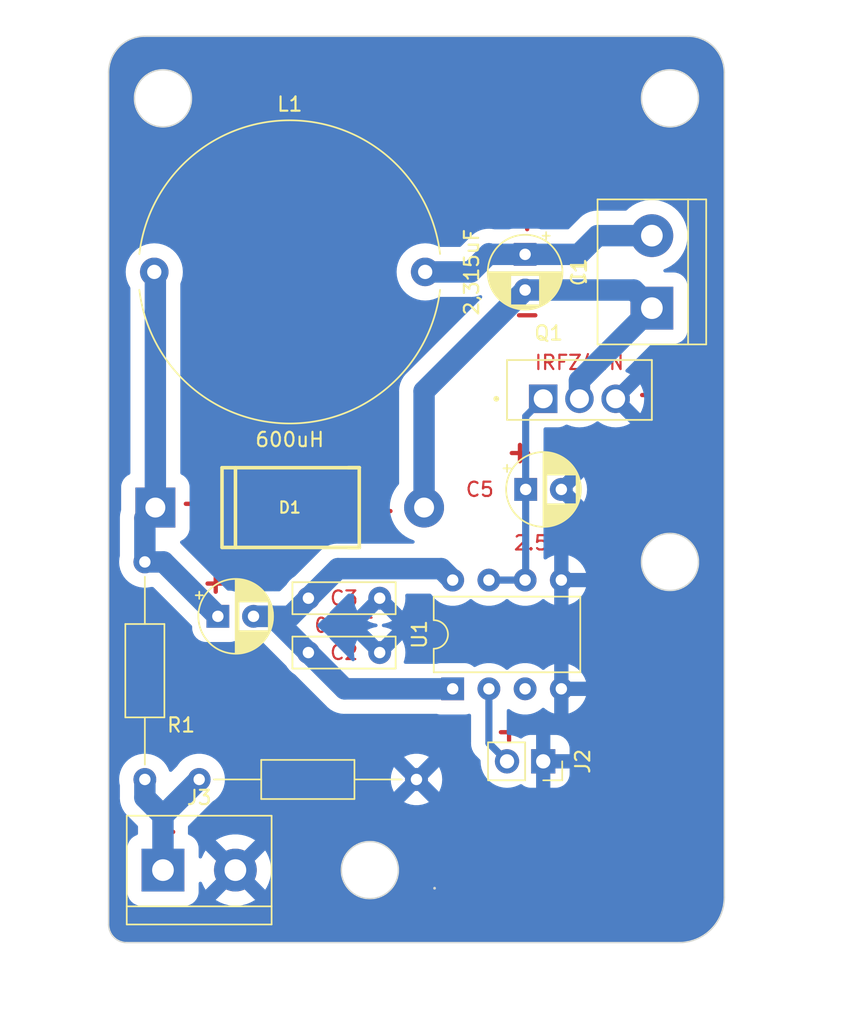
<source format=kicad_pcb>
(kicad_pcb (version 20221018) (generator pcbnew)
  (layers (0 "F.Cu" signal) (31 "B.Cu" signal) (34 "B.Paste" user) (35 "F.Paste" user) (36 "B.SilkS" user "B.Silkscreen") (37 "F.SilkS" user "F.Silkscreen") (38 "B.Mask" user) (39 "F.Mask" user) (44 "Edge.Cuts" user))
  (net 0 "")
  (net 1 "Net-(J1-Pin_1)")
  (net 2 "Net-(J1-Pin_2)")
  (net 3 "/VDD")
  (net 4 "GND")
  (net 5 "/18V")
  (net 6 "Net-(C5-Pad1)")
  (net 7 "Net-(J2-Pin_2)")
  (net 8 "+24V")
  (footprint "Resistor_THT:R_Axial_DIN0207_L6.3mm_D2.5mm_P15.24mm_Horizontal" (layer "F.Cu") (at 134.62 92.71 90)
    (fp_text reference "R1" (at 3.81 2.54 180) (layer "F.SilkS"))
    (fp_text value "300" (at 7.62 2.37 90) (layer "F.Cu"))
    (fp_text user "${REFERENCE}" (at 7.62 0 90) (layer "F.Cu"))
    (fp_line (start 1.04 0) (end 4.35 0) (stroke (width 0.12)) (layer "F.SilkS"))
    (fp_line (start 4.35 -1.37) (end 4.35 1.37) (stroke (width 0.12)) (layer "F.SilkS"))
    (fp_line (start 4.35 1.37) (end 10.89 1.37) (stroke (width 0.12)) (layer "F.SilkS"))
    (fp_line (start 10.89 -1.37) (end 4.35 -1.37) (stroke (width 0.12)) (layer "F.SilkS"))
    (fp_line (start 10.89 1.37) (end 10.89 -1.37) (stroke (width 0.12)) (layer "F.SilkS"))
    (fp_line (start 14.2 0) (end 10.89 0) (stroke (width 0.12)) (layer "F.SilkS"))
    (pad "1" thru_hole circle (at 0 0 90) (size 1.6 1.6) (drill 0.8) (layers "*.Cu" "*.Mask") (net 8 "+24V"))
    (pad "2" thru_hole oval (at 15.24 0 90) (size 1.6 1.6) (drill 0.8) (layers "*.Cu" "*.Mask") (net 5 "/18V"))
  )
  (footprint "Package_DIP:DIP-8_W7.62mm" (layer "F.Cu") (at 156.21 86.36 90)
    (fp_text reference "U1" (at 3.81 -2.33 90) (layer "F.SilkS"))
    (fp_text value "TC4420CPA" (at 3.8 3.8 180) (layer "F.Cu"))
    (fp_line (start 1.16 -1.33) (end 1.16 8.95) (stroke (width 0.12)) (layer "F.SilkS"))
    (fp_line (start 1.16 8.95) (end 6.46 8.95) (stroke (width 0.12)) (layer "F.SilkS"))
    (fp_line (start 2.81 -1.33) (end 1.16 -1.33) (stroke (width 0.12)) (layer "F.SilkS"))
    (fp_line (start 6.46 -1.33) (end 4.81 -1.33) (stroke (width 0.12)) (layer "F.SilkS"))
    (fp_line (start 6.46 8.95) (end 6.46 -1.33) (stroke (width 0.12)) (layer "F.SilkS"))
    (fp_arc (start 4.81 -1.33) (mid 3.81 -0.33) (end 2.81 -1.33) (stroke (width 0.12)) (layer "F.SilkS"))
    (pad "1" thru_hole rect (at 0 0 90) (size 1.6 1.6) (drill 0.8) (layers "*.Cu" "*.Mask") (net 3 "/VDD"))
    (pad "2" thru_hole oval (at 0 2.54 90) (size 1.6 1.6) (drill 0.8) (layers "*.Cu" "*.Mask") (net 7 "Net-(J2-Pin_2)"))
    (pad "3" thru_hole oval (at 0 5.08 90) (size 1.6 1.6) (drill 0.8) (layers "*.Cu" "*.Mask"))
    (pad "4" thru_hole oval (at 0 7.62 90) (size 1.6 1.6) (drill 0.8) (layers "*.Cu" "*.Mask") (net 4 "GND"))
    (pad "5" thru_hole oval (at 7.62 7.62 90) (size 1.6 1.6) (drill 0.8) (layers "*.Cu" "*.Mask") (net 4 "GND"))
    (pad "6" thru_hole oval (at 7.62 5.08 90) (size 1.6 1.6) (drill 0.8) (layers "*.Cu" "*.Mask") (net 6 "Net-(C5-Pad1)"))
    (pad "7" thru_hole oval (at 7.62 2.54 90) (size 1.6 1.6) (drill 0.8) (layers "*.Cu" "*.Mask") (net 6 "Net-(C5-Pad1)"))
    (pad "8" thru_hole oval (at 7.62 0 90) (size 1.6 1.6) (drill 0.8) (layers "*.Cu" "*.Mask") (net 3 "/VDD"))
  )
  (footprint "Capacitor_THT:C_Rect_L7.0mm_W2.0mm_P5.00mm" (layer "F.Cu") (at 146.09 80.01)
    (fp_text reference "C3" (at 2.5 0) (layer "F.Cu"))
    (fp_text value "0.1uF")
    (fp_line (start -1.12 -1.12) (end -1.12 1.12) (stroke (width 0.12)) (layer "F.SilkS"))
    (fp_line (start -1.12 -1.12) (end 6.12 -1.12) (stroke (width 0.12)) (layer "F.SilkS"))
    (fp_line (start -1.12 1.12) (end 6.12 1.12) (stroke (width 0.12)) (layer "F.SilkS"))
    (fp_line (start 6.12 -1.12) (end 6.12 1.12) (stroke (width 0.12)) (layer "F.SilkS"))
    (pad "1" thru_hole circle (at 0 0) (size 1.6 1.6) (drill 0.8) (layers "*.Cu" "*.Mask") (net 3 "/VDD"))
    (pad "2" thru_hole circle (at 5 0) (size 1.6 1.6) (drill 0.8) (layers "*.Cu" "*.Mask") (net 4 "GND"))
  )
  (footprint "Inductor_THT:L_Radial_D21.0mm_P19.00mm" (layer "F.Cu") (at 135.28 57.15)
    (fp_text reference "L1" (at 9.5 -11.75) (layer "F.SilkS"))
    (fp_text value "600uH" (at 9.5 11.75) (layer "F.SilkS"))
    (fp_arc (start -1.044989 -1.26) (mid 9.5 -10.62) (end 20.044989 -1.26) (stroke (width 0.12)) (layer "F.SilkS"))
    (fp_arc (start 20.044989 1.26) (mid 9.5 10.62) (end -1.044989 1.26) (stroke (width 0.12)) (layer "F.SilkS"))
    (pad "1" thru_hole circle (at 0 0) (size 2 2) (drill 1) (layers "*.Cu" "*.Mask") (net 5 "/18V"))
    (pad "2" thru_hole circle (at 19 0) (size 2 2) (drill 1) (layers "*.Cu" "*.Mask") (net 2 "Net-(J1-Pin_2)"))
  )
  (footprint "IRFZ44N:TO254P1016X419X2286-3" (layer "F.Cu") (at 165.1 66.04)
    (fp_text reference "Q1" (at -2.155 -4.6025) (layer "F.SilkS"))
    (fp_text value "IRFZ44N" (at 0 -2.54) (layer "F.Cu"))
    (fp_line (start -5.08 -2.7175) (end 5.08 -2.7175) (stroke (width 0.127)) (layer "F.SilkS"))
    (fp_line (start -5.08 1.4775) (end -5.08 -2.7175) (stroke (width 0.127)) (layer "F.SilkS"))
    (fp_line (start 5.08 -2.7175) (end 5.08 1.4775) (stroke (width 0.127)) (layer "F.SilkS"))
    (fp_line (start 5.08 1.4775) (end -5.08 1.4775) (stroke (width 0.127)) (layer "F.SilkS"))
    (fp_circle (center -5.83 0) (end -5.73 0) (stroke (width 0.2)) (fill none) (layer "F.SilkS"))
    (pad "1" thru_hole rect (at -2.54 0) (size 1.995 1.995) (drill 1.33) (layers "*.Cu" "*.Mask") (net 6 "Net-(C5-Pad1)"))
    (pad "2" thru_hole circle (at 0 0) (size 1.995 1.995) (drill 1.33) (layers "*.Cu" "*.Mask") (net 1 "Net-(J1-Pin_1)"))
    (pad "3" thru_hole circle (at 2.54 0) (size 1.995 1.995) (drill 1.33) (layers "*.Cu" "*.Mask") (net 4 "GND"))
  )
  (footprint "Capacitor_THT:CP_Radial_D5.0mm_P2.50mm" (layer "F.Cu") (at 139.74 81.28)
    (fp_text reference "C4" (at 1.25 -3.75) (layer "F.Cu"))
    (fp_text value "4.7uF" (at 1.25 3.75) (layer "F.Cu"))
    (fp_line (start -1.554775 -1.475) (end -1.054775 -1.475) (stroke (width 0.12)) (layer "F.SilkS"))
    (fp_line (start -1.304775 -1.725) (end -1.304775 -1.225) (stroke (width 0.12)) (layer "F.SilkS"))
    (fp_line (start 1.25 -2.58) (end 1.25 2.58) (stroke (width 0.12)) (layer "F.SilkS"))
    (fp_line (start 1.29 -2.58) (end 1.29 2.58) (stroke (width 0.12)) (layer "F.SilkS"))
    (fp_line (start 1.33 -2.579) (end 1.33 2.579) (stroke (width 0.12)) (layer "F.SilkS"))
    (fp_line (start 1.37 -2.578) (end 1.37 2.578) (stroke (width 0.12)) (layer "F.SilkS"))
    (fp_line (start 1.41 -2.576) (end 1.41 2.576) (stroke (width 0.12)) (layer "F.SilkS"))
    (fp_line (start 1.45 -2.573) (end 1.45 2.573) (stroke (width 0.12)) (layer "F.SilkS"))
    (fp_line (start 1.49 -2.569) (end 1.49 -1.04) (stroke (width 0.12)) (layer "F.SilkS"))
    (fp_line (start 1.49 1.04) (end 1.49 2.569) (stroke (width 0.12)) (layer "F.SilkS"))
    (fp_line (start 1.53 -2.565) (end 1.53 -1.04) (stroke (width 0.12)) (layer "F.SilkS"))
    (fp_line (start 1.53 1.04) (end 1.53 2.565) (stroke (width 0.12)) (layer "F.SilkS"))
    (fp_line (start 1.57 -2.561) (end 1.57 -1.04) (stroke (width 0.12)) (layer "F.SilkS"))
    (fp_line (start 1.57 1.04) (end 1.57 2.561) (stroke (width 0.12)) (layer "F.SilkS"))
    (fp_line (start 1.61 -2.556) (end 1.61 -1.04) (stroke (width 0.12)) (layer "F.SilkS"))
    (fp_line (start 1.61 1.04) (end 1.61 2.556) (stroke (width 0.12)) (layer "F.SilkS"))
    (fp_line (start 1.65 -2.55) (end 1.65 -1.04) (stroke (width 0.12)) (layer "F.SilkS"))
    (fp_line (start 1.65 1.04) (end 1.65 2.55) (stroke (width 0.12)) (layer "F.SilkS"))
    (fp_line (start 1.69 -2.543) (end 1.69 -1.04) (stroke (width 0.12)) (layer "F.SilkS"))
    (fp_line (start 1.69 1.04) (end 1.69 2.543) (stroke (width 0.12)) (layer "F.SilkS"))
    (fp_line (start 1.73 -2.536) (end 1.73 -1.04) (stroke (width 0.12)) (layer "F.SilkS"))
    (fp_line (start 1.73 1.04) (end 1.73 2.536) (stroke (width 0.12)) (layer "F.SilkS"))
    (fp_line (start 1.77 -2.528) (end 1.77 -1.04) (stroke (width 0.12)) (layer "F.SilkS"))
    (fp_line (start 1.77 1.04) (end 1.77 2.528) (stroke (width 0.12)) (layer "F.SilkS"))
    (fp_line (start 1.81 -2.52) (end 1.81 -1.04) (stroke (width 0.12)) (layer "F.SilkS"))
    (fp_line (start 1.81 1.04) (end 1.81 2.52) (stroke (width 0.12)) (layer "F.SilkS"))
    (fp_line (start 1.85 -2.511) (end 1.85 -1.04) (stroke (width 0.12)) (layer "F.SilkS"))
    (fp_line (start 1.85 1.04) (end 1.85 2.511) (stroke (width 0.12)) (layer "F.SilkS"))
    (fp_line (start 1.89 -2.501) (end 1.89 -1.04) (stroke (width 0.12)) (layer "F.SilkS"))
    (fp_line (start 1.89 1.04) (end 1.89 2.501) (stroke (width 0.12)) (layer "F.SilkS"))
    (fp_line (start 1.93 -2.491) (end 1.93 -1.04) (stroke (width 0.12)) (layer "F.SilkS"))
    (fp_line (start 1.93 1.04) (end 1.93 2.491) (stroke (width 0.12)) (layer "F.SilkS"))
    (fp_line (start 1.971 -2.48) (end 1.971 -1.04) (stroke (width 0.12)) (layer "F.SilkS"))
    (fp_line (start 1.971 1.04) (end 1.971 2.48) (stroke (width 0.12)) (layer "F.SilkS"))
    (fp_line (start 2.011 -2.468) (end 2.011 -1.04) (stroke (width 0.12)) (layer "F.SilkS"))
    (fp_line (start 2.011 1.04) (end 2.011 2.468) (stroke (width 0.12)) (layer "F.SilkS"))
    (fp_line (start 2.051 -2.455) (end 2.051 -1.04) (stroke (width 0.12)) (layer "F.SilkS"))
    (fp_line (start 2.051 1.04) (end 2.051 2.455) (stroke (width 0.12)) (layer "F.SilkS"))
    (fp_line (start 2.091 -2.442) (end 2.091 -1.04) (stroke (width 0.12)) (layer "F.SilkS"))
    (fp_line (start 2.091 1.04) (end 2.091 2.442) (stroke (width 0.12)) (layer "F.SilkS"))
    (fp_line (start 2.131 -2.428) (end 2.131 -1.04) (stroke (width 0.12)) (layer "F.SilkS"))
    (fp_line (start 2.131 1.04) (end 2.131 2.428) (stroke (width 0.12)) (layer "F.SilkS"))
    (fp_line (start 2.171 -2.414) (end 2.171 -1.04) (stroke (width 0.12)) (layer "F.SilkS"))
    (fp_line (start 2.171 1.04) (end 2.171 2.414) (stroke (width 0.12)) (layer "F.SilkS"))
    (fp_line (start 2.211 -2.398) (end 2.211 -1.04) (stroke (width 0.12)) (layer "F.SilkS"))
    (fp_line (start 2.211 1.04) (end 2.211 2.398) (stroke (width 0.12)) (layer "F.SilkS"))
    (fp_line (start 2.251 -2.382) (end 2.251 -1.04) (stroke (width 0.12)) (layer "F.SilkS"))
    (fp_line (start 2.251 1.04) (end 2.251 2.382) (stroke (width 0.12)) (layer "F.SilkS"))
    (fp_line (start 2.291 -2.365) (end 2.291 -1.04) (stroke (width 0.12)) (layer "F.SilkS"))
    (fp_line (start 2.291 1.04) (end 2.291 2.365) (stroke (width 0.12)) (layer "F.SilkS"))
    (fp_line (start 2.331 -2.348) (end 2.331 -1.04) (stroke (width 0.12)) (layer "F.SilkS"))
    (fp_line (start 2.331 1.04) (end 2.331 2.348) (stroke (width 0.12)) (layer "F.SilkS"))
    (fp_line (start 2.371 -2.329) (end 2.371 -1.04) (stroke (width 0.12)) (layer "F.SilkS"))
    (fp_line (start 2.371 1.04) (end 2.371 2.329) (stroke (width 0.12)) (layer "F.SilkS"))
    (fp_line (start 2.411 -2.31) (end 2.411 -1.04) (stroke (width 0.12)) (layer "F.SilkS"))
    (fp_line (start 2.411 1.04) (end 2.411 2.31) (stroke (width 0.12)) (layer "F.SilkS"))
    (fp_line (start 2.451 -2.29) (end 2.451 -1.04) (stroke (width 0.12)) (layer "F.SilkS"))
    (fp_line (start 2.451 1.04) (end 2.451 2.29) (stroke (width 0.12)) (layer "F.SilkS"))
    (fp_line (start 2.491 -2.268) (end 2.491 -1.04) (stroke (width 0.12)) (layer "F.SilkS"))
    (fp_line (start 2.491 1.04) (end 2.491 2.268) (stroke (width 0.12)) (layer "F.SilkS"))
    (fp_line (start 2.531 -2.247) (end 2.531 -1.04) (stroke (width 0.12)) (layer "F.SilkS"))
    (fp_line (start 2.531 1.04) (end 2.531 2.247) (stroke (width 0.12)) (layer "F.SilkS"))
    (fp_line (start 2.571 -2.224) (end 2.571 -1.04) (stroke (width 0.12)) (layer "F.SilkS"))
    (fp_line (start 2.571 1.04) (end 2.571 2.224) (stroke (width 0.12)) (layer "F.SilkS"))
    (fp_line (start 2.611 -2.2) (end 2.611 -1.04) (stroke (width 0.12)) (layer "F.SilkS"))
    (fp_line (start 2.611 1.04) (end 2.611 2.2) (stroke (width 0.12)) (layer "F.SilkS"))
    (fp_line (start 2.651 -2.175) (end 2.651 -1.04) (stroke (width 0.12)) (layer "F.SilkS"))
    (fp_line (start 2.651 1.04) (end 2.651 2.175) (stroke (width 0.12)) (layer "F.SilkS"))
    (fp_line (start 2.691 -2.149) (end 2.691 -1.04) (stroke (width 0.12)) (layer "F.SilkS"))
    (fp_line (start 2.691 1.04) (end 2.691 2.149) (stroke (width 0.12)) (layer "F.SilkS"))
    (fp_line (start 2.731 -2.122) (end 2.731 -1.04) (stroke (width 0.12)) (layer "F.SilkS"))
    (fp_line (start 2.731 1.04) (end 2.731 2.122) (stroke (width 0.12)) (layer "F.SilkS"))
    (fp_line (start 2.771 -2.095) (end 2.771 -1.04) (stroke (width 0.12)) (layer "F.SilkS"))
    (fp_line (start 2.771 1.04) (end 2.771 2.095) (stroke (width 0.12)) (layer "F.SilkS"))
    (fp_line (start 2.811 -2.065) (end 2.811 -1.04) (stroke (width 0.12)) (layer "F.SilkS"))
    (fp_line (start 2.811 1.04) (end 2.811 2.065) (stroke (width 0.12)) (layer "F.SilkS"))
    (fp_line (start 2.851 -2.035) (end 2.851 -1.04) (stroke (width 0.12)) (layer "F.SilkS"))
    (fp_line (start 2.851 1.04) (end 2.851 2.035) (stroke (width 0.12)) (layer "F.SilkS"))
    (fp_line (start 2.891 -2.004) (end 2.891 -1.04) (stroke (width 0.12)) (layer "F.SilkS"))
    (fp_line (start 2.891 1.04) (end 2.891 2.004) (stroke (width 0.12)) (layer "F.SilkS"))
    (fp_line (start 2.931 -1.971) (end 2.931 -1.04) (stroke (width 0.12)) (layer "F.SilkS"))
    (fp_line (start 2.931 1.04) (end 2.931 1.971) (stroke (width 0.12)) (layer "F.SilkS"))
    (fp_line (start 2.971 -1.937) (end 2.971 -1.04) (stroke (width 0.12)) (layer "F.SilkS"))
    (fp_line (start 2.971 1.04) (end 2.971 1.937) (stroke (width 0.12)) (layer "F.SilkS"))
    (fp_line (start 3.011 -1.901) (end 3.011 -1.04) (stroke (width 0.12)) (layer "F.SilkS"))
    (fp_line (start 3.011 1.04) (end 3.011 1.901) (stroke (width 0.12)) (layer "F.SilkS"))
    (fp_line (start 3.051 -1.864) (end 3.051 -1.04) (stroke (width 0.12)) (layer "F.SilkS"))
    (fp_line (start 3.051 1.04) (end 3.051 1.864) (stroke (width 0.12)) (layer "F.SilkS"))
    (fp_line (start 3.091 -1.826) (end 3.091 -1.04) (stroke (width 0.12)) (layer "F.SilkS"))
    (fp_line (start 3.091 1.04) (end 3.091 1.826) (stroke (width 0.12)) (layer "F.SilkS"))
    (fp_line (start 3.131 -1.785) (end 3.131 -1.04) (stroke (width 0.12)) (layer "F.SilkS"))
    (fp_line (start 3.131 1.04) (end 3.131 1.785) (stroke (width 0.12)) (layer "F.SilkS"))
    (fp_line (start 3.171 -1.743) (end 3.171 -1.04) (stroke (width 0.12)) (layer "F.SilkS"))
    (fp_line (start 3.171 1.04) (end 3.171 1.743) (stroke (width 0.12)) (layer "F.SilkS"))
    (fp_line (start 3.211 -1.699) (end 3.211 -1.04) (stroke (width 0.12)) (layer "F.SilkS"))
    (fp_line (start 3.211 1.04) (end 3.211 1.699) (stroke (width 0.12)) (layer "F.SilkS"))
    (fp_line (start 3.251 -1.653) (end 3.251 -1.04) (stroke (width 0.12)) (layer "F.SilkS"))
    (fp_line (start 3.251 1.04) (end 3.251 1.653) (stroke (width 0.12)) (layer "F.SilkS"))
    (fp_line (start 3.291 -1.605) (end 3.291 -1.04) (stroke (width 0.12)) (layer "F.SilkS"))
    (fp_line (start 3.291 1.04) (end 3.291 1.605) (stroke (width 0.12)) (layer "F.SilkS"))
    (fp_line (start 3.331 -1.554) (end 3.331 -1.04) (stroke (width 0.12)) (layer "F.SilkS"))
    (fp_line (start 3.331 1.04) (end 3.331 1.554) (stroke (width 0.12)) (layer "F.SilkS"))
    (fp_line (start 3.371 -1.5) (end 3.371 -1.04) (stroke (width 0.12)) (layer "F.SilkS"))
    (fp_line (start 3.371 1.04) (end 3.371 1.5) (stroke (width 0.12)) (layer "F.SilkS"))
    (fp_line (start 3.411 -1.443) (end 3.411 -1.04) (stroke (width 0.12)) (layer "F.SilkS"))
    (fp_line (start 3.411 1.04) (end 3.411 1.443) (stroke (width 0.12)) (layer "F.SilkS"))
    (fp_line (start 3.451 -1.383) (end 3.451 -1.04) (stroke (width 0.12)) (layer "F.SilkS"))
    (fp_line (start 3.451 1.04) (end 3.451 1.383) (stroke (width 0.12)) (layer "F.SilkS"))
    (fp_line (start 3.491 -1.319) (end 3.491 -1.04) (stroke (width 0.12)) (layer "F.SilkS"))
    (fp_line (start 3.491 1.04) (end 3.491 1.319) (stroke (width 0.12)) (layer "F.SilkS"))
    (fp_line (start 3.531 -1.251) (end 3.531 -1.04) (stroke (width 0.12)) (layer "F.SilkS"))
    (fp_line (start 3.531 1.04) (end 3.531 1.251) (stroke (width 0.12)) (layer "F.SilkS"))
    (fp_line (start 3.571 -1.178) (end 3.571 1.178) (stroke (width 0.12)) (layer "F.SilkS"))
    (fp_line (start 3.611 -1.098) (end 3.611 1.098) (stroke (width 0.12)) (layer "F.SilkS"))
    (fp_line (start 3.651 -1.011) (end 3.651 1.011) (stroke (width 0.12)) (layer "F.SilkS"))
    (fp_line (start 3.691 -0.915) (end 3.691 0.915) (stroke (width 0.12)) (layer "F.SilkS"))
    (fp_line (start 3.731 -0.805) (end 3.731 0.805) (stroke (width 0.12)) (layer "F.SilkS"))
    (fp_line (start 3.771 -0.677) (end 3.771 0.677) (stroke (width 0.12)) (layer "F.SilkS"))
    (fp_line (start 3.811 -0.518) (end 3.811 0.518) (stroke (width 0.12)) (layer "F.SilkS"))
    (fp_line (start 3.851 -0.284) (end 3.851 0.284) (stroke (width 0.12)) (layer "F.SilkS"))
    (fp_circle (center 1.25 0) (end 3.87 0) (stroke (width 0.12)) (fill none) (layer "F.SilkS"))
    (pad "1" thru_hole rect (at 0 0) (size 1.6 1.6) (drill 0.8) (layers "*.Cu" "*.Mask") (net 5 "/18V"))
    (pad "2" thru_hole circle (at 2.5 0) (size 1.6 1.6) (drill 0.8) (layers "*.Cu" "*.Mask") (net 3 "/VDD"))
  )
  (footprint "Capacitor_THT:CP_Radial_D5.0mm_P2.50mm" (layer "F.Cu") (at 161.33 72.39)
    (fp_text reference "C5" (at -3.215 0) (layer "F.Cu"))
    (fp_text value "2.5nF" (at 1.25 3.75) (layer "F.Cu"))
    (fp_line (start -1.554775 -1.475) (end -1.054775 -1.475) (stroke (width 0.12)) (layer "F.SilkS"))
    (fp_line (start -1.304775 -1.725) (end -1.304775 -1.225) (stroke (width 0.12)) (layer "F.SilkS"))
    (fp_line (start 1.25 -2.58) (end 1.25 2.58) (stroke (width 0.12)) (layer "F.SilkS"))
    (fp_line (start 1.29 -2.58) (end 1.29 2.58) (stroke (width 0.12)) (layer "F.SilkS"))
    (fp_line (start 1.33 -2.579) (end 1.33 2.579) (stroke (width 0.12)) (layer "F.SilkS"))
    (fp_line (start 1.37 -2.578) (end 1.37 2.578) (stroke (width 0.12)) (layer "F.SilkS"))
    (fp_line (start 1.41 -2.576) (end 1.41 2.576) (stroke (width 0.12)) (layer "F.SilkS"))
    (fp_line (start 1.45 -2.573) (end 1.45 2.573) (stroke (width 0.12)) (layer "F.SilkS"))
    (fp_line (start 1.49 -2.569) (end 1.49 -1.04) (stroke (width 0.12)) (layer "F.SilkS"))
    (fp_line (start 1.49 1.04) (end 1.49 2.569) (stroke (width 0.12)) (layer "F.SilkS"))
    (fp_line (start 1.53 -2.565) (end 1.53 -1.04) (stroke (width 0.12)) (layer "F.SilkS"))
    (fp_line (start 1.53 1.04) (end 1.53 2.565) (stroke (width 0.12)) (layer "F.SilkS"))
    (fp_line (start 1.57 -2.561) (end 1.57 -1.04) (stroke (width 0.12)) (layer "F.SilkS"))
    (fp_line (start 1.57 1.04) (end 1.57 2.561) (stroke (width 0.12)) (layer "F.SilkS"))
    (fp_line (start 1.61 -2.556) (end 1.61 -1.04) (stroke (width 0.12)) (layer "F.SilkS"))
    (fp_line (start 1.61 1.04) (end 1.61 2.556) (stroke (width 0.12)) (layer "F.SilkS"))
    (fp_line (start 1.65 -2.55) (end 1.65 -1.04) (stroke (width 0.12)) (layer "F.SilkS"))
    (fp_line (start 1.65 1.04) (end 1.65 2.55) (stroke (width 0.12)) (layer "F.SilkS"))
    (fp_line (start 1.69 -2.543) (end 1.69 -1.04) (stroke (width 0.12)) (layer "F.SilkS"))
    (fp_line (start 1.69 1.04) (end 1.69 2.543) (stroke (width 0.12)) (layer "F.SilkS"))
    (fp_line (start 1.73 -2.536) (end 1.73 -1.04) (stroke (width 0.12)) (layer "F.SilkS"))
    (fp_line (start 1.73 1.04) (end 1.73 2.536) (stroke (width 0.12)) (layer "F.SilkS"))
    (fp_line (start 1.77 -2.528) (end 1.77 -1.04) (stroke (width 0.12)) (layer "F.SilkS"))
    (fp_line (start 1.77 1.04) (end 1.77 2.528) (stroke (width 0.12)) (layer "F.SilkS"))
    (fp_line (start 1.81 -2.52) (end 1.81 -1.04) (stroke (width 0.12)) (layer "F.SilkS"))
    (fp_line (start 1.81 1.04) (end 1.81 2.52) (stroke (width 0.12)) (layer "F.SilkS"))
    (fp_line (start 1.85 -2.511) (end 1.85 -1.04) (stroke (width 0.12)) (layer "F.SilkS"))
    (fp_line (start 1.85 1.04) (end 1.85 2.511) (stroke (width 0.12)) (layer "F.SilkS"))
    (fp_line (start 1.89 -2.501) (end 1.89 -1.04) (stroke (width 0.12)) (layer "F.SilkS"))
    (fp_line (start 1.89 1.04) (end 1.89 2.501) (stroke (width 0.12)) (layer "F.SilkS"))
    (fp_line (start 1.93 -2.491) (end 1.93 -1.04) (stroke (width 0.12)) (layer "F.SilkS"))
    (fp_line (start 1.93 1.04) (end 1.93 2.491) (stroke (width 0.12)) (layer "F.SilkS"))
    (fp_line (start 1.971 -2.48) (end 1.971 -1.04) (stroke (width 0.12)) (layer "F.SilkS"))
    (fp_line (start 1.971 1.04) (end 1.971 2.48) (stroke (width 0.12)) (layer "F.SilkS"))
    (fp_line (start 2.011 -2.468) (end 2.011 -1.04) (stroke (width 0.12)) (layer "F.SilkS"))
    (fp_line (start 2.011 1.04) (end 2.011 2.468) (stroke (width 0.12)) (layer "F.SilkS"))
    (fp_line (start 2.051 -2.455) (end 2.051 -1.04) (stroke (width 0.12)) (layer "F.SilkS"))
    (fp_line (start 2.051 1.04) (end 2.051 2.455) (stroke (width 0.12)) (layer "F.SilkS"))
    (fp_line (start 2.091 -2.442) (end 2.091 -1.04) (stroke (width 0.12)) (layer "F.SilkS"))
    (fp_line (start 2.091 1.04) (end 2.091 2.442) (stroke (width 0.12)) (layer "F.SilkS"))
    (fp_line (start 2.131 -2.428) (end 2.131 -1.04) (stroke (width 0.12)) (layer "F.SilkS"))
    (fp_line (start 2.131 1.04) (end 2.131 2.428) (stroke (width 0.12)) (layer "F.SilkS"))
    (fp_line (start 2.171 -2.414) (end 2.171 -1.04) (stroke (width 0.12)) (layer "F.SilkS"))
    (fp_line (start 2.171 1.04) (end 2.171 2.414) (stroke (width 0.12)) (layer "F.SilkS"))
    (fp_line (start 2.211 -2.398) (end 2.211 -1.04) (stroke (width 0.12)) (layer "F.SilkS"))
    (fp_line (start 2.211 1.04) (end 2.211 2.398) (stroke (width 0.12)) (layer "F.SilkS"))
    (fp_line (start 2.251 -2.382) (end 2.251 -1.04) (stroke (width 0.12)) (layer "F.SilkS"))
    (fp_line (start 2.251 1.04) (end 2.251 2.382) (stroke (width 0.12)) (layer "F.SilkS"))
    (fp_line (start 2.291 -2.365) (end 2.291 -1.04) (stroke (width 0.12)) (layer "F.SilkS"))
    (fp_line (start 2.291 1.04) (end 2.291 2.365) (stroke (width 0.12)) (layer "F.SilkS"))
    (fp_line (start 2.331 -2.348) (end 2.331 -1.04) (stroke (width 0.12)) (layer "F.SilkS"))
    (fp_line (start 2.331 1.04) (end 2.331 2.348) (stroke (width 0.12)) (layer "F.SilkS"))
    (fp_line (start 2.371 -2.329) (end 2.371 -1.04) (stroke (width 0.12)) (layer "F.SilkS"))
    (fp_line (start 2.371 1.04) (end 2.371 2.329) (stroke (width 0.12)) (layer "F.SilkS"))
    (fp_line (start 2.411 -2.31) (end 2.411 -1.04) (stroke (width 0.12)) (layer "F.SilkS"))
    (fp_line (start 2.411 1.04) (end 2.411 2.31) (stroke (width 0.12)) (layer "F.SilkS"))
    (fp_line (start 2.451 -2.29) (end 2.451 -1.04) (stroke (width 0.12)) (layer "F.SilkS"))
    (fp_line (start 2.451 1.04) (end 2.451 2.29) (stroke (width 0.12)) (layer "F.SilkS"))
    (fp_line (start 2.491 -2.268) (end 2.491 -1.04) (stroke (width 0.12)) (layer "F.SilkS"))
    (fp_line (start 2.491 1.04) (end 2.491 2.268) (stroke (width 0.12)) (layer "F.SilkS"))
    (fp_line (start 2.531 -2.247) (end 2.531 -1.04) (stroke (width 0.12)) (layer "F.SilkS"))
    (fp_line (start 2.531 1.04) (end 2.531 2.247) (stroke (width 0.12)) (layer "F.SilkS"))
    (fp_line (start 2.571 -2.224) (end 2.571 -1.04) (stroke (width 0.12)) (layer "F.SilkS"))
    (fp_line (start 2.571 1.04) (end 2.571 2.224) (stroke (width 0.12)) (layer "F.SilkS"))
    (fp_line (start 2.611 -2.2) (end 2.611 -1.04) (stroke (width 0.12)) (layer "F.SilkS"))
    (fp_line (start 2.611 1.04) (end 2.611 2.2) (stroke (width 0.12)) (layer "F.SilkS"))
    (fp_line (start 2.651 -2.175) (end 2.651 -1.04) (stroke (width 0.12)) (layer "F.SilkS"))
    (fp_line (start 2.651 1.04) (end 2.651 2.175) (stroke (width 0.12)) (layer "F.SilkS"))
    (fp_line (start 2.691 -2.149) (end 2.691 -1.04) (stroke (width 0.12)) (layer "F.SilkS"))
    (fp_line (start 2.691 1.04) (end 2.691 2.149) (stroke (width 0.12)) (layer "F.SilkS"))
    (fp_line (start 2.731 -2.122) (end 2.731 -1.04) (stroke (width 0.12)) (layer "F.SilkS"))
    (fp_line (start 2.731 1.04) (end 2.731 2.122) (stroke (width 0.12)) (layer "F.SilkS"))
    (fp_line (start 2.771 -2.095) (end 2.771 -1.04) (stroke (width 0.12)) (layer "F.SilkS"))
    (fp_line (start 2.771 1.04) (end 2.771 2.095) (stroke (width 0.12)) (layer "F.SilkS"))
    (fp_line (start 2.811 -2.065) (end 2.811 -1.04) (stroke (width 0.12)) (layer "F.SilkS"))
    (fp_line (start 2.811 1.04) (end 2.811 2.065) (stroke (width 0.12)) (layer "F.SilkS"))
    (fp_line (start 2.851 -2.035) (end 2.851 -1.04) (stroke (width 0.12)) (layer "F.SilkS"))
    (fp_line (start 2.851 1.04) (end 2.851 2.035) (stroke (width 0.12)) (layer "F.SilkS"))
    (fp_line (start 2.891 -2.004) (end 2.891 -1.04) (stroke (width 0.12)) (layer "F.SilkS"))
    (fp_line (start 2.891 1.04) (end 2.891 2.004) (stroke (width 0.12)) (layer "F.SilkS"))
    (fp_line (start 2.931 -1.971) (end 2.931 -1.04) (stroke (width 0.12)) (layer "F.SilkS"))
    (fp_line (start 2.931 1.04) (end 2.931 1.971) (stroke (width 0.12)) (layer "F.SilkS"))
    (fp_line (start 2.971 -1.937) (end 2.971 -1.04) (stroke (width 0.12)) (layer "F.SilkS"))
    (fp_line (start 2.971 1.04) (end 2.971 1.937) (stroke (width 0.12)) (layer "F.SilkS"))
    (fp_line (start 3.011 -1.901) (end 3.011 -1.04) (stroke (width 0.12)) (layer "F.SilkS"))
    (fp_line (start 3.011 1.04) (end 3.011 1.901) (stroke (width 0.12)) (layer "F.SilkS"))
    (fp_line (start 3.051 -1.864) (end 3.051 -1.04) (stroke (width 0.12)) (layer "F.SilkS"))
    (fp_line (start 3.051 1.04) (end 3.051 1.864) (stroke (width 0.12)) (layer "F.SilkS"))
    (fp_line (start 3.091 -1.826) (end 3.091 -1.04) (stroke (width 0.12)) (layer "F.SilkS"))
    (fp_line (start 3.091 1.04) (end 3.091 1.826) (stroke (width 0.12)) (layer "F.SilkS"))
    (fp_line (start 3.131 -1.785) (end 3.131 -1.04) (stroke (width 0.12)) (layer "F.SilkS"))
    (fp_line (start 3.131 1.04) (end 3.131 1.785) (stroke (width 0.12)) (layer "F.SilkS"))
    (fp_line (start 3.171 -1.743) (end 3.171 -1.04) (stroke (width 0.12)) (layer "F.SilkS"))
    (fp_line (start 3.171 1.04) (end 3.171 1.743) (stroke (width 0.12)) (layer "F.SilkS"))
    (fp_line (start 3.211 -1.699) (end 3.211 -1.04) (stroke (width 0.12)) (layer "F.SilkS"))
    (fp_line (start 3.211 1.04) (end 3.211 1.699) (stroke (width 0.12)) (layer "F.SilkS"))
    (fp_line (start 3.251 -1.653) (end 3.251 -1.04) (stroke (width 0.12)) (layer "F.SilkS"))
    (fp_line (start 3.251 1.04) (end 3.251 1.653) (stroke (width 0.12)) (layer "F.SilkS"))
    (fp_line (start 3.291 -1.605) (end 3.291 -1.04) (stroke (width 0.12)) (layer "F.SilkS"))
    (fp_line (start 3.291 1.04) (end 3.291 1.605) (stroke (width 0.12)) (layer "F.SilkS"))
    (fp_line (start 3.331 -1.554) (end 3.331 -1.04) (stroke (width 0.12)) (layer "F.SilkS"))
    (fp_line (start 3.331 1.04) (end 3.331 1.554) (stroke (width 0.12)) (layer "F.SilkS"))
    (fp_line (start 3.371 -1.5) (end 3.371 -1.04) (stroke (width 0.12)) (layer "F.SilkS"))
    (fp_line (start 3.371 1.04) (end 3.371 1.5) (stroke (width 0.12)) (layer "F.SilkS"))
    (fp_line (start 3.411 -1.443) (end 3.411 -1.04) (stroke (width 0.12)) (layer "F.SilkS"))
    (fp_line (start 3.411 1.04) (end 3.411 1.443) (stroke (width 0.12)) (layer "F.SilkS"))
    (fp_line (start 3.451 -1.383) (end 3.451 -1.04) (stroke (width 0.12)) (layer "F.SilkS"))
    (fp_line (start 3.451 1.04) (end 3.451 1.383) (stroke (width 0.12)) (layer "F.SilkS"))
    (fp_line (start 3.491 -1.319) (end 3.491 -1.04) (stroke (width 0.12)) (layer "F.SilkS"))
    (fp_line (start 3.491 1.04) (end 3.491 1.319) (stroke (width 0.12)) (layer "F.SilkS"))
    (fp_line (start 3.531 -1.251) (end 3.531 -1.04) (stroke (width 0.12)) (layer "F.SilkS"))
    (fp_line (start 3.531 1.04) (end 3.531 1.251) (stroke (width 0.12)) (layer "F.SilkS"))
    (fp_line (start 3.571 -1.178) (end 3.571 1.178) (stroke (width 0.12)) (layer "F.SilkS"))
    (fp_line (start 3.611 -1.098) (end 3.611 1.098) (stroke (width 0.12)) (layer "F.SilkS"))
    (fp_line (start 3.651 -1.011) (end 3.651 1.011) (stroke (width 0.12)) (layer "F.SilkS"))
    (fp_line (start 3.691 -0.915) (end 3.691 0.915) (stroke (width 0.12)) (layer "F.SilkS"))
    (fp_line (start 3.731 -0.805) (end 3.731 0.805) (stroke (width 0.12)) (layer "F.SilkS"))
    (fp_line (start 3.771 -0.677) (end 3.771 0.677) (stroke (width 0.12)) (layer "F.SilkS"))
    (fp_line (start 3.811 -0.518) (end 3.811 0.518) (stroke (width 0.12)) (layer "F.SilkS"))
    (fp_line (start 3.851 -0.284) (end 3.851 0.284) (stroke (width 0.12)) (layer "F.SilkS"))
    (fp_circle (center 1.25 0) (end 3.87 0) (stroke (width 0.12)) (fill none) (layer "F.SilkS"))
    (pad "1" thru_hole rect (at 0 0) (size 1.6 1.6) (drill 0.8) (layers "*.Cu" "*.Mask") (net 6 "Net-(C5-Pad1)"))
    (pad "2" thru_hole circle (at 2.5 0) (size 1.6 1.6) (drill 0.8) (layers "*.Cu" "*.Mask") (net 4 "GND"))
  )
  (footprint "Capacitor_THT:CP_Radial_D5.0mm_P2.50mm" (layer "F.Cu") (at 161.29 55.92 -90)
    (fp_text reference "C1" (at 1.25 -3.75 90) (layer "F.SilkS"))
    (fp_text value "2,315uF" (at 1.25 3.75 90) (layer "F.SilkS"))
    (fp_line (start -1.554775 -1.475) (end -1.054775 -1.475) (stroke (width 0.12)) (layer "F.SilkS"))
    (fp_line (start -1.304775 -1.725) (end -1.304775 -1.225) (stroke (width 0.12)) (layer "F.SilkS"))
    (fp_line (start 1.25 -2.58) (end 1.25 2.58) (stroke (width 0.12)) (layer "F.SilkS"))
    (fp_line (start 1.29 -2.58) (end 1.29 2.58) (stroke (width 0.12)) (layer "F.SilkS"))
    (fp_line (start 1.33 -2.579) (end 1.33 2.579) (stroke (width 0.12)) (layer "F.SilkS"))
    (fp_line (start 1.37 -2.578) (end 1.37 2.578) (stroke (width 0.12)) (layer "F.SilkS"))
    (fp_line (start 1.41 -2.576) (end 1.41 2.576) (stroke (width 0.12)) (layer "F.SilkS"))
    (fp_line (start 1.45 -2.573) (end 1.45 2.573) (stroke (width 0.12)) (layer "F.SilkS"))
    (fp_line (start 1.49 -2.569) (end 1.49 -1.04) (stroke (width 0.12)) (layer "F.SilkS"))
    (fp_line (start 1.49 1.04) (end 1.49 2.569) (stroke (width 0.12)) (layer "F.SilkS"))
    (fp_line (start 1.53 -2.565) (end 1.53 -1.04) (stroke (width 0.12)) (layer "F.SilkS"))
    (fp_line (start 1.53 1.04) (end 1.53 2.565) (stroke (width 0.12)) (layer "F.SilkS"))
    (fp_line (start 1.57 -2.561) (end 1.57 -1.04) (stroke (width 0.12)) (layer "F.SilkS"))
    (fp_line (start 1.57 1.04) (end 1.57 2.561) (stroke (width 0.12)) (layer "F.SilkS"))
    (fp_line (start 1.61 -2.556) (end 1.61 -1.04) (stroke (width 0.12)) (layer "F.SilkS"))
    (fp_line (start 1.61 1.04) (end 1.61 2.556) (stroke (width 0.12)) (layer "F.SilkS"))
    (fp_line (start 1.65 -2.55) (end 1.65 -1.04) (stroke (width 0.12)) (layer "F.SilkS"))
    (fp_line (start 1.65 1.04) (end 1.65 2.55) (stroke (width 0.12)) (layer "F.SilkS"))
    (fp_line (start 1.69 -2.543) (end 1.69 -1.04) (stroke (width 0.12)) (layer "F.SilkS"))
    (fp_line (start 1.69 1.04) (end 1.69 2.543) (stroke (width 0.12)) (layer "F.SilkS"))
    (fp_line (start 1.73 -2.536) (end 1.73 -1.04) (stroke (width 0.12)) (layer "F.SilkS"))
    (fp_line (start 1.73 1.04) (end 1.73 2.536) (stroke (width 0.12)) (layer "F.SilkS"))
    (fp_line (start 1.77 -2.528) (end 1.77 -1.04) (stroke (width 0.12)) (layer "F.SilkS"))
    (fp_line (start 1.77 1.04) (end 1.77 2.528) (stroke (width 0.12)) (layer "F.SilkS"))
    (fp_line (start 1.81 -2.52) (end 1.81 -1.04) (stroke (width 0.12)) (layer "F.SilkS"))
    (fp_line (start 1.81 1.04) (end 1.81 2.52) (stroke (width 0.12)) (layer "F.SilkS"))
    (fp_line (start 1.85 -2.511) (end 1.85 -1.04) (stroke (width 0.12)) (layer "F.SilkS"))
    (fp_line (start 1.85 1.04) (end 1.85 2.511) (stroke (width 0.12)) (layer "F.SilkS"))
    (fp_line (start 1.89 -2.501) (end 1.89 -1.04) (stroke (width 0.12)) (layer "F.SilkS"))
    (fp_line (start 1.89 1.04) (end 1.89 2.501) (stroke (width 0.12)) (layer "F.SilkS"))
    (fp_line (start 1.93 -2.491) (end 1.93 -1.04) (stroke (width 0.12)) (layer "F.SilkS"))
    (fp_line (start 1.93 1.04) (end 1.93 2.491) (stroke (width 0.12)) (layer "F.SilkS"))
    (fp_line (start 1.971 -2.48) (end 1.971 -1.04) (stroke (width 0.12)) (layer "F.SilkS"))
    (fp_line (start 1.971 1.04) (end 1.971 2.48) (stroke (width 0.12)) (layer "F.SilkS"))
    (fp_line (start 2.011 -2.468) (end 2.011 -1.04) (stroke (width 0.12)) (layer "F.SilkS"))
    (fp_line (start 2.011 1.04) (end 2.011 2.468) (stroke (width 0.12)) (layer "F.SilkS"))
    (fp_line (start 2.051 -2.455) (end 2.051 -1.04) (stroke (width 0.12)) (layer "F.SilkS"))
    (fp_line (start 2.051 1.04) (end 2.051 2.455) (stroke (width 0.12)) (layer "F.SilkS"))
    (fp_line (start 2.091 -2.442) (end 2.091 -1.04) (stroke (width 0.12)) (layer "F.SilkS"))
    (fp_line (start 2.091 1.04) (end 2.091 2.442) (stroke (width 0.12)) (layer "F.SilkS"))
    (fp_line (start 2.131 -2.428) (end 2.131 -1.04) (stroke (width 0.12)) (layer "F.SilkS"))
    (fp_line (start 2.131 1.04) (end 2.131 2.428) (stroke (width 0.12)) (layer "F.SilkS"))
    (fp_line (start 2.171 -2.414) (end 2.171 -1.04) (stroke (width 0.12)) (layer "F.SilkS"))
    (fp_line (start 2.171 1.04) (end 2.171 2.414) (stroke (width 0.12)) (layer "F.SilkS"))
    (fp_line (start 2.211 -2.398) (end 2.211 -1.04) (stroke (width 0.12)) (layer "F.SilkS"))
    (fp_line (start 2.211 1.04) (end 2.211 2.398) (stroke (width 0.12)) (layer "F.SilkS"))
    (fp_line (start 2.251 -2.382) (end 2.251 -1.04) (stroke (width 0.12)) (layer "F.SilkS"))
    (fp_line (start 2.251 1.04) (end 2.251 2.382) (stroke (width 0.12)) (layer "F.SilkS"))
    (fp_line (start 2.291 -2.365) (end 2.291 -1.04) (stroke (width 0.12)) (layer "F.SilkS"))
    (fp_line (start 2.291 1.04) (end 2.291 2.365) (stroke (width 0.12)) (layer "F.SilkS"))
    (fp_line (start 2.331 -2.348) (end 2.331 -1.04) (stroke (width 0.12)) (layer "F.SilkS"))
    (fp_line (start 2.331 1.04) (end 2.331 2.348) (stroke (width 0.12)) (layer "F.SilkS"))
    (fp_line (start 2.371 -2.329) (end 2.371 -1.04) (stroke (width 0.12)) (layer "F.SilkS"))
    (fp_line (start 2.371 1.04) (end 2.371 2.329) (stroke (width 0.12)) (layer "F.SilkS"))
    (fp_line (start 2.411 -2.31) (end 2.411 -1.04) (stroke (width 0.12)) (layer "F.SilkS"))
    (fp_line (start 2.411 1.04) (end 2.411 2.31) (stroke (width 0.12)) (layer "F.SilkS"))
    (fp_line (start 2.451 -2.29) (end 2.451 -1.04) (stroke (width 0.12)) (layer "F.SilkS"))
    (fp_line (start 2.451 1.04) (end 2.451 2.29) (stroke (width 0.12)) (layer "F.SilkS"))
    (fp_line (start 2.491 -2.268) (end 2.491 -1.04) (stroke (width 0.12)) (layer "F.SilkS"))
    (fp_line (start 2.491 1.04) (end 2.491 2.268) (stroke (width 0.12)) (layer "F.SilkS"))
    (fp_line (start 2.531 -2.247) (end 2.531 -1.04) (stroke (width 0.12)) (layer "F.SilkS"))
    (fp_line (start 2.531 1.04) (end 2.531 2.247) (stroke (width 0.12)) (layer "F.SilkS"))
    (fp_line (start 2.571 -2.224) (end 2.571 -1.04) (stroke (width 0.12)) (layer "F.SilkS"))
    (fp_line (start 2.571 1.04) (end 2.571 2.224) (stroke (width 0.12)) (layer "F.SilkS"))
    (fp_line (start 2.611 -2.2) (end 2.611 -1.04) (stroke (width 0.12)) (layer "F.SilkS"))
    (fp_line (start 2.611 1.04) (end 2.611 2.2) (stroke (width 0.12)) (layer "F.SilkS"))
    (fp_line (start 2.651 -2.175) (end 2.651 -1.04) (stroke (width 0.12)) (layer "F.SilkS"))
    (fp_line (start 2.651 1.04) (end 2.651 2.175) (stroke (width 0.12)) (layer "F.SilkS"))
    (fp_line (start 2.691 -2.149) (end 2.691 -1.04) (stroke (width 0.12)) (layer "F.SilkS"))
    (fp_line (start 2.691 1.04) (end 2.691 2.149) (stroke (width 0.12)) (layer "F.SilkS"))
    (fp_line (start 2.731 -2.122) (end 2.731 -1.04) (stroke (width 0.12)) (layer "F.SilkS"))
    (fp_line (start 2.731 1.04) (end 2.731 2.122) (stroke (width 0.12)) (layer "F.SilkS"))
    (fp_line (start 2.771 -2.095) (end 2.771 -1.04) (stroke (width 0.12)) (layer "F.SilkS"))
    (fp_line (start 2.771 1.04) (end 2.771 2.095) (stroke (width 0.12)) (layer "F.SilkS"))
    (fp_line (start 2.811 -2.065) (end 2.811 -1.04) (stroke (width 0.12)) (layer "F.SilkS"))
    (fp_line (start 2.811 1.04) (end 2.811 2.065) (stroke (width 0.12)) (layer "F.SilkS"))
    (fp_line (start 2.851 -2.035) (end 2.851 -1.04) (stroke (width 0.12)) (layer "F.SilkS"))
    (fp_line (start 2.851 1.04) (end 2.851 2.035) (stroke (width 0.12)) (layer "F.SilkS"))
    (fp_line (start 2.891 -2.004) (end 2.891 -1.04) (stroke (width 0.12)) (layer "F.SilkS"))
    (fp_line (start 2.891 1.04) (end 2.891 2.004) (stroke (width 0.12)) (layer "F.SilkS"))
    (fp_line (start 2.931 -1.971) (end 2.931 -1.04) (stroke (width 0.12)) (layer "F.SilkS"))
    (fp_line (start 2.931 1.04) (end 2.931 1.971) (stroke (width 0.12)) (layer "F.SilkS"))
    (fp_line (start 2.971 -1.937) (end 2.971 -1.04) (stroke (width 0.12)) (layer "F.SilkS"))
    (fp_line (start 2.971 1.04) (end 2.971 1.937) (stroke (width 0.12)) (layer "F.SilkS"))
    (fp_line (start 3.011 -1.901) (end 3.011 -1.04) (stroke (width 0.12)) (layer "F.SilkS"))
    (fp_line (start 3.011 1.04) (end 3.011 1.901) (stroke (width 0.12)) (layer "F.SilkS"))
    (fp_line (start 3.051 -1.864) (end 3.051 -1.04) (stroke (width 0.12)) (layer "F.SilkS"))
    (fp_line (start 3.051 1.04) (end 3.051 1.864) (stroke (width 0.12)) (layer "F.SilkS"))
    (fp_line (start 3.091 -1.826) (end 3.091 -1.04) (stroke (width 0.12)) (layer "F.SilkS"))
    (fp_line (start 3.091 1.04) (end 3.091 1.826) (stroke (width 0.12)) (layer "F.SilkS"))
    (fp_line (start 3.131 -1.785) (end 3.131 -1.04) (stroke (width 0.12)) (layer "F.SilkS"))
    (fp_line (start 3.131 1.04) (end 3.131 1.785) (stroke (width 0.12)) (layer "F.SilkS"))
    (fp_line (start 3.171 -1.743) (end 3.171 -1.04) (stroke (width 0.12)) (layer "F.SilkS"))
    (fp_line (start 3.171 1.04) (end 3.171 1.743) (stroke (width 0.12)) (layer "F.SilkS"))
    (fp_line (start 3.211 -1.699) (end 3.211 -1.04) (stroke (width 0.12)) (layer "F.SilkS"))
    (fp_line (start 3.211 1.04) (end 3.211 1.699) (stroke (width 0.12)) (layer "F.SilkS"))
    (fp_line (start 3.251 -1.653) (end 3.251 -1.04) (stroke (width 0.12)) (layer "F.SilkS"))
    (fp_line (start 3.251 1.04) (end 3.251 1.653) (stroke (width 0.12)) (layer "F.SilkS"))
    (fp_line (start 3.291 -1.605) (end 3.291 -1.04) (stroke (width 0.12)) (layer "F.SilkS"))
    (fp_line (start 3.291 1.04) (end 3.291 1.605) (stroke (width 0.12)) (layer "F.SilkS"))
    (fp_line (start 3.331 -1.554) (end 3.331 -1.04) (stroke (width 0.12)) (layer "F.SilkS"))
    (fp_line (start 3.331 1.04) (end 3.331 1.554) (stroke (width 0.12)) (layer "F.SilkS"))
    (fp_line (start 3.371 -1.5) (end 3.371 -1.04) (stroke (width 0.12)) (layer "F.SilkS"))
    (fp_line (start 3.371 1.04) (end 3.371 1.5) (stroke (width 0.12)) (layer "F.SilkS"))
    (fp_line (start 3.411 -1.443) (end 3.411 -1.04) (stroke (width 0.12)) (layer "F.SilkS"))
    (fp_line (start 3.411 1.04) (end 3.411 1.443) (stroke (width 0.12)) (layer "F.SilkS"))
    (fp_line (start 3.451 -1.383) (end 3.451 -1.04) (stroke (width 0.12)) (layer "F.SilkS"))
    (fp_line (start 3.451 1.04) (end 3.451 1.383) (stroke (width 0.12)) (layer "F.SilkS"))
    (fp_line (start 3.491 -1.319) (end 3.491 -1.04) (stroke (width 0.12)) (layer "F.SilkS"))
    (fp_line (start 3.491 1.04) (end 3.491 1.319) (stroke (width 0.12)) (layer "F.SilkS"))
    (fp_line (start 3.531 -1.251) (end 3.531 -1.04) (stroke (width 0.12)) (layer "F.SilkS"))
    (fp_line (start 3.531 1.04) (end 3.531 1.251) (stroke (width 0.12)) (layer "F.SilkS"))
    (fp_line (start 3.571 -1.178) (end 3.571 1.178) (stroke (width 0.12)) (layer "F.SilkS"))
    (fp_line (start 3.611 -1.098) (end 3.611 1.098) (stroke (width 0.12)) (layer "F.SilkS"))
    (fp_line (start 3.651 -1.011) (end 3.651 1.011) (stroke (width 0.12)) (layer "F.SilkS"))
    (fp_line (start 3.691 -0.915) (end 3.691 0.915) (stroke (width 0.12)) (layer "F.SilkS"))
    (fp_line (start 3.731 -0.805) (end 3.731 0.805) (stroke (width 0.12)) (layer "F.SilkS"))
    (fp_line (start 3.771 -0.677) (end 3.771 0.677) (stroke (width 0.12)) (layer "F.SilkS"))
    (fp_line (start 3.811 -0.518) (end 3.811 0.518) (stroke (width 0.12)) (layer "F.SilkS"))
    (fp_line (start 3.851 -0.284) (end 3.851 0.284) (stroke (width 0.12)) (layer "F.SilkS"))
    (fp_circle (center 1.25 0) (end 3.87 0) (stroke (width 0.12)) (fill none) (layer "F.SilkS"))
    (pad "1" thru_hole rect (at 0 0 270) (size 1.6 1.6) (drill 0.8) (layers "*.Cu" "*.Mask") (net 2 "Net-(J1-Pin_2)"))
    (pad "2" thru_hole circle (at 2.5 0 270) (size 1.6 1.6) (drill 0.8) (layers "*.Cu" "*.Mask") (net 1 "Net-(J1-Pin_1)"))
  )
  (footprint "Capacitor_THT:C_Rect_L7.0mm_W2.0mm_P5.00mm" (layer "F.Cu") (at 146.09 83.82)
    (fp_text reference "C2" (at 2.5 0) (layer "F.Cu"))
    (fp_text value "0.1uF" (at 2.5 -1.905) (layer "F.Cu"))
    (fp_line (start -1.12 -1.12) (end -1.12 1.12) (stroke (width 0.12)) (layer "F.SilkS"))
    (fp_line (start -1.12 -1.12) (end 6.12 -1.12) (stroke (width 0.12)) (layer "F.SilkS"))
    (fp_line (start -1.12 1.12) (end 6.12 1.12) (stroke (width 0.12)) (layer "F.SilkS"))
    (fp_line (start 6.12 -1.12) (end 6.12 1.12) (stroke (width 0.12)) (layer "F.SilkS"))
    (pad "1" thru_hole circle (at 0 0) (size 1.6 1.6) (drill 0.8) (layers "*.Cu" "*.Mask") (net 3 "/VDD"))
    (pad "2" thru_hole circle (at 5 0) (size 1.6 1.6) (drill 0.8) (layers "*.Cu" "*.Mask") (net 4 "GND"))
  )
  (footprint "TerminalBlock:TerminalBlock_bornier-2_P5.08mm" (layer "F.Cu") (at 170.18 59.69 90)
    (fp_text reference "J1" (at 2.54 -5.08 90) (layer "F.SilkS"))
    (fp_text value "Moteur" (at 8.89 0 180) (layer "F.Cu"))
    (fp_line (start -2.54 -3.81) (end -2.54 3.81) (stroke (width 0.12)) (layer "F.SilkS"))
    (fp_line (start -2.54 3.81) (end 7.62 3.81) (stroke (width 0.12)) (layer "F.SilkS"))
    (fp_line (start 7.62 -3.81) (end -2.54 -3.81) (stroke (width 0.12)) (layer "F.SilkS"))
    (fp_line (start 7.62 2.54) (end -2.54 2.54) (stroke (width 0.12)) (layer "F.SilkS"))
    (fp_line (start 7.62 3.81) (end 7.62 -3.81) (stroke (width 0.12)) (layer "F.SilkS"))
    (pad "1" thru_hole rect (at 0 0 90) (size 3 3) (drill 1.52) (layers "*.Cu" "*.Mask") (net 1 "Net-(J1-Pin_1)"))
    (pad "2" thru_hole circle (at 5.08 0 90) (size 3 3) (drill 1.52) (layers "*.Cu" "*.Mask") (net 2 "Net-(J1-Pin_2)"))
  )
  (footprint "SR540:DO-241" (layer "F.Cu") (at 144.78 73.66)
    (fp_text reference "D1" (at 0 0) (layer "F.SilkS") (effects (font (size 0.787402 0.787402))))
    (fp_text value "SR540" (at 0 0) (layer "F.Cu") (effects (font (size 0.787402 0.787402))))
    (fp_line (start -4.749 -2.794) (end 4.749 -2.794) (stroke (width 0.25)) (layer "F.SilkS"))
    (fp_line (start -4.749 2.794) (end -4.749 -2.794) (stroke (width 0.25)) (layer "F.SilkS"))
    (fp_line (start -4.749 2.794) (end 4.749 2.794) (stroke (width 0.25)) (layer "F.SilkS"))
    (fp_line (start -3.806 -2.8) (end -3.806 2.8) (stroke (width 0.25)) (layer "F.SilkS"))
    (fp_line (start 4.093 2.8) (end 4.888 2.8) (stroke (width 0.25)) (layer "F.SilkS"))
    (fp_line (start 4.877 2.794) (end 4.877 -2.794) (stroke (width 0.25)) (layer "F.SilkS"))
    (fp_line (start 4.888 -2.8) (end 4.093 -2.8) (stroke (width 0.25)) (layer "F.SilkS"))
    (pad "1" thru_hole rect (at -9.423 0) (size 2.8 2.8) (drill 1.397) (layers "*.Cu" "*.Mask") (net 5 "/18V"))
    (pad "2" thru_hole circle (at 9.423 0) (size 2.8 2.8) (drill 1.397) (layers "*.Cu" "*.Mask") (net 1 "Net-(J1-Pin_1)"))
  )
  (footprint "Connector_PinSocket_2.54mm:PinSocket_1x02_P2.54mm_Vertical" (layer "F.Cu") (at 162.56 91.44 -90)
    (fp_text reference "J2" (at 0 -2.77 90) (layer "F.SilkS"))
    (fp_text value "Signal" (at 3.175 0.635 180) (layer "F.Cu"))
    (fp_line (start -1.33 1.27) (end -1.33 3.87) (stroke (width 0.12)) (layer "F.SilkS"))
    (fp_line (start -1.33 1.27) (end 1.33 1.27) (stroke (width 0.12)) (layer "F.SilkS"))
    (fp_line (start -1.33 3.87) (end 1.33 3.87) (stroke (width 0.12)) (layer "F.SilkS"))
    (fp_line (start 0 -1.33) (end 1.33 -1.33) (stroke (width 0.12)) (layer "F.SilkS"))
    (fp_line (start 1.33 -1.33) (end 1.33 0) (stroke (width 0.12)) (layer "F.SilkS"))
    (fp_line (start 1.33 1.27) (end 1.33 3.87) (stroke (width 0.12)) (layer "F.SilkS"))
    (pad "1" thru_hole rect (at 0 0 270) (size 1.7 1.7) (drill 1) (layers "*.Cu" "*.Mask") (net 4 "GND"))
    (pad "2" thru_hole oval (at 0 2.54 270) (size 1.7 1.7) (drill 1) (layers "*.Cu" "*.Mask") (net 7 "Net-(J2-Pin_2)"))
  )
  (footprint "TerminalBlock:TerminalBlock_bornier-2_P5.08mm" (layer "F.Cu") (at 135.89 99.06)
    (fp_text reference "J3" (at 2.54 -5.08) (layer "F.SilkS"))
    (fp_text value "Alimentation" (at 2.54 3.81) (layer "F.Cu"))
    (fp_line (start -2.54 -3.81) (end -2.54 3.81) (stroke (width 0.12)) (layer "F.SilkS"))
    (fp_line (start -2.54 3.81) (end 7.62 3.81) (stroke (width 0.12)) (layer "F.SilkS"))
    (fp_line (start 7.62 -3.81) (end -2.54 -3.81) (stroke (width 0.12)) (layer "F.SilkS"))
    (fp_line (start 7.62 2.54) (end -2.54 2.54) (stroke (width 0.12)) (layer "F.SilkS"))
    (fp_line (start 7.62 3.81) (end 7.62 -3.81) (stroke (width 0.12)) (layer "F.SilkS"))
    (pad "1" thru_hole rect (at 0 0) (size 3 3) (drill 1.52) (layers "*.Cu" "*.Mask") (net 8 "+24V"))
    (pad "2" thru_hole circle (at 5.08 0) (size 3 3) (drill 1.52) (layers "*.Cu" "*.Mask") (net 4 "GND"))
  )
  (footprint "Resistor_THT:R_Axial_DIN0207_L6.3mm_D2.5mm_P15.24mm_Horizontal" (layer "F.Cu") (at 153.67 92.71 180)
    (fp_text reference "R2" (at 7.62 0) (layer "F.Cu"))
    (fp_text value "100" (at 7.62 2.37) (layer "F.Cu"))
    (fp_line (start 1.04 0) (end 4.35 0) (stroke (width 0.12)) (layer "F.SilkS"))
    (fp_line (start 4.35 -1.37) (end 4.35 1.37) (stroke (width 0.12)) (layer "F.SilkS"))
    (fp_line (start 4.35 1.37) (end 10.89 1.37) (stroke (width 0.12)) (layer "F.SilkS"))
    (fp_line (start 10.89 -1.37) (end 4.35 -1.37) (stroke (width 0.12)) (layer "F.SilkS"))
    (fp_line (start 10.89 1.37) (end 10.89 -1.37) (stroke (width 0.12)) (layer "F.SilkS"))
    (fp_line (start 14.2 0) (end 10.89 0) (stroke (width 0.12)) (layer "F.SilkS"))
    (pad "1" thru_hole circle (at 0 0 180) (size 1.6 1.6) (drill 0.8) (layers "*.Cu" "*.Mask") (net 4 "GND"))
    (pad "2" thru_hole oval (at 15.24 0 180) (size 1.6 1.6) (drill 0.8) (layers "*.Cu" "*.Mask") (net 8 "+24V"))
  )
  (gr_circle (center 135.89 44.99) (end 137.89 44.99) (stroke (width 0.1)) (fill none) (layer "Edge.Cuts"))
  (gr_circle (center 171.45 77.47) (end 173.45 77.47) (stroke (width 0.1)) (fill none) (layer "Edge.Cuts"))
  (gr_arc (start 172.72 40.64) (mid 174.516051 41.383949) (end 175.26 43.18) (stroke (width 0.1)) (layer "Edge.Cuts"))
  (gr_line (start 132.08 43.18) (end 132.08 102.87) (stroke (width 0.1)) (layer "Edge.Cuts"))
  (gr_line (start 175.26 100.965) (end 175.26 43.18) (stroke (width 0.1)) (layer "Edge.Cuts"))
  (gr_circle (center 171.45 44.99) (end 173.45 44.99) (stroke (width 0.1)) (fill none) (layer "Edge.Cuts"))
  (gr_line (start 133.35 104.14) (end 172.085 104.14) (stroke (width 0.1)) (layer "Edge.Cuts"))
  (gr_arc (start 175.26 100.965) (mid 174.330064 103.210064) (end 172.085 104.14) (stroke (width 0.1)) (layer "Edge.Cuts"))
  (gr_arc (start 133.35 104.14) (mid 132.451974 103.768026) (end 132.08 102.87) (stroke (width 0.1)) (layer "Edge.Cuts"))
  (gr_circle (center 150.4 99.06) (end 152.4 99.06) (stroke (width 0.1)) (fill none) (layer "Edge.Cuts"))
  (gr_circle (center 154.94 100.33) (end 154.94 100.33) (stroke (width 0.1)) (fill none) (layer "Edge.Cuts"))
  (gr_arc (start 132.08 43.18) (mid 132.823949 41.383949) (end 134.62 40.64) (stroke (width 0.1)) (layer "Edge.Cuts"))
  (gr_line (start 172.72 40.64) (end 134.62 40.64) (stroke (width 0.1)) (layer "Edge.Cuts"))
  (gr_text "-" (at 162.56 60.96) (layer "F.Cu") (effects (font (size 1.5 1.5) (thickness 0.3) bold) (justify left bottom mirror)))
  (gr_text "-" (at 174.752 60.452) (layer "F.Cu") (effects (font (size 1.5 1.5) (thickness 0.3) bold) (justify left bottom mirror)))
  (gr_text "-" (at 163.576 89.916) (layer "F.Cu") (effects (font (size 1.5 1.5) (thickness 0.3) bold) (justify left bottom mirror)))
  (gr_text "-" (at 143.256 79.756) (layer "F.Cu") (effects (font (size 1.5 1.5) (thickness 0.3) bold) (justify left bottom mirror)))
  (gr_text "+\n" (at 140.716 79.756) (layer "F.Cu") (effects (font (size 1.5 1.5) (thickness 0.3) bold) (justify left bottom mirror)))
  (gr_text "+" (at 161.29 90.17) (layer "F.Cu") (effects (font (size 1.5 1.5) (thickness 0.3) bold) (justify left bottom mirror)))
  (gr_text "+" (at 174.752 54.864) (layer "F.Cu") (effects (font (size 1.5 1.5) (thickness 0.3) bold) (justify left bottom mirror)))
  (gr_text "+" (at 162.56 54.356) (layer "F.Cu") (effects (font (size 1.5 1.5) (thickness 0.3) bold) (justify left bottom mirror)))
  (gr_text "-" (at 152.4 74.676) (layer "F.Cu") (effects (font (size 1.5 1.5) (thickness 0.3) bold) (justify left bottom mirror)))
  (gr_text "-" (at 165.1 70.612) (layer "F.Cu") (effects (font (size 1.5 1.5) (thickness 0.3) bold) (justify left bottom mirror)))
  (gr_text "+" (at 162.052 70.612) (layer "F.Cu") (effects (font (size 1.5 1.5) (thickness 0.3) bold) (justify left bottom mirror)))
  (gr_text "+" (at 137.16 97.155) (layer "F.Cu") (effects (font (size 1.5 1.5) (thickness 0.3) bold) (justify left bottom mirror)))
  (gr_text "-" (at 171.196 66.548) (layer "F.Cu") (effects (font (size 1.5 1.5) (thickness 0.3) bold) (justify left bottom mirror)))
  (gr_text "+" (at 139.192 74.168) (layer "F.Cu") (effects (font (size 1.5 1.5) (thickness 0.3) bold) (justify left bottom mirror)))
  (gr_text "-" (at 142.24 97.155) (layer "B.Cu") (effects (font (size 1.5 1.5) (thickness 0.3) bold) (justify left bottom mirror)))
  (segment (start 168.91 58.42) (end 170.18 59.69) (width 1.5) (layer "B.Cu") (net 1))
  (segment (start 154.203 73.66) (end 154.203 65.507) (width 1.5) (layer "B.Cu") (net 1))
  (segment (start 165.1 64.77) (end 165.1 66.04) (width 1.5) (layer "B.Cu") (net 1))
  (segment (start 161.29 58.42) (end 168.91 58.42) (width 1.5) (layer "B.Cu") (net 1))
  (segment (start 170.18 59.69) (end 165.1 64.77) (width 1.5) (layer "B.Cu") (net 1))
  (segment (start 154.203 65.507) (end 161.29 58.42) (width 1.5) (layer "B.Cu") (net 1))
  (segment (start 166.37 54.61) (end 170.18 54.61) (width 1.5) (layer "B.Cu") (net 2))
  (segment (start 161.29 55.92) (end 165.06 55.92) (width 1.5) (layer "B.Cu") (net 2))
  (segment (start 157.48 57.15) (end 158.75 55.88) (width 1.5) (layer "B.Cu") (net 2))
  (segment (start 158.75 55.88) (end 158.79 55.92) (width 1.5) (layer "B.Cu") (net 2))
  (segment (start 158.79 55.92) (end 161.29 55.92) (width 1.5) (layer "B.Cu") (net 2))
  (segment (start 154.28 57.15) (end 157.48 57.15) (width 1.5) (layer "B.Cu") (net 2))
  (segment (start 165.06 55.92) (end 166.37 54.61) (width 1.5) (layer "B.Cu") (net 2))
  (segment (start 146.09 83.82) (end 148.63 86.36) (width 1.5) (layer "B.Cu") (net 3))
  (segment (start 142.24 81.28) (end 143.55 81.28) (width 1.5) (layer "B.Cu") (net 3))
  (segment (start 148.159999 77.940001) (end 155.410001 77.940001) (width 1.5) (layer "B.Cu") (net 3))
  (segment (start 144.82 81.28) (end 146.09 80.01) (width 1.5) (layer "B.Cu") (net 3))
  (segment (start 142.24 81.28) (end 144.82 81.28) (width 1.5) (layer "B.Cu") (net 3))
  (segment (start 155.410001 77.940001) (end 156.21 78.74) (width 1.5) (layer "B.Cu") (net 3))
  (segment (start 143.55 81.28) (end 146.09 83.82) (width 1.5) (layer "B.Cu") (net 3))
  (segment (start 146.09 80.01) (end 148.159999 77.940001) (width 1.5) (layer "B.Cu") (net 3))
  (segment (start 148.63 86.36) (end 156.21 86.36) (width 1.5) (layer "B.Cu") (net 3))
  (segment (start 135.357 57.227) (end 135.28 57.15) (width 1.5) (layer "F.Cu") (net 5))
  (segment (start 134.62 74.397) (end 135.357 73.66) (width 1.5) (layer "F.Cu") (net 5))
  (segment (start 135.93 77.47) (end 139.74 81.28) (width 1.5) (layer "B.Cu") (net 5))
  (segment (start 134.62 77.47) (end 135.93 77.47) (width 1.5) (layer "B.Cu") (net 5))
  (segment (start 135.357 73.66) (end 135.357 57.227) (width 1.5) (layer "B.Cu") (net 5))
  (segment (start 134.62 77.47) (end 134.62 74.397) (width 1.5) (layer "B.Cu") (net 5))
  (segment (start 161.33 78.7) (end 161.29 78.74) (width 1.5) (layer "F.Cu") (net 6))
  (segment (start 158.75 78.74) (end 161.29 78.74) (width 0.5) (layer "B.Cu") (net 6))
  (segment (start 161.33 72.39) (end 161.33 67.27) (width 0.5) (layer "B.Cu") (net 6))
  (segment (start 161.33 67.27) (end 162.56 66.04) (width 0.5) (layer "B.Cu") (net 6))
  (segment (start 161.33 72.39) (end 161.33 78.7) (width 0.5) (layer "B.Cu") (net 6))
  (segment (start 158.75 90.17) (end 160.02 91.44) (width 0.5) (layer "B.Cu") (net 7))
  (segment (start 158.75 86.36) (end 158.75 90.17) (width 0.5) (layer "B.Cu") (net 7))
  (segment (start 134.62 93.98) (end 135.89 95.25) (width 1.5) (layer "B.Cu") (net 8))
  (segment (start 135.89 95.25) (end 138.43 92.71) (width 1.5) (layer "B.Cu") (net 8))
  (segment (start 134.62 92.71) (end 134.62 93.98) (width 1.5) (layer "B.Cu") (net 8))
  (segment (start 135.89 99.06) (end 135.89 95.25) (width 1.5) (layer "B.Cu") (net 8))
  (zone (net 4) (net_name "GND") (layer "B.Cu") (connect_pads (clearance 1)) (min_thickness 0.25) (fill yes (thermal_gap 1) (thermal_bridge_width 1))
    (polygon (pts (xy 183.515 38.1) (xy 124.46 38.1) (xy 125.73 109.855) (xy 182.245 109.22)))
  )
)
</source>
